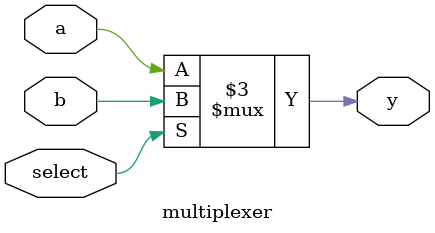
<source format=sv>
module multiplexer (
  input logic a,
  input logic b,
  input logic select,
  output logic y
);

  always_comb begin
    if (select) y = b;
    else y = a;
  end

endmodule : multiplexer

</source>
